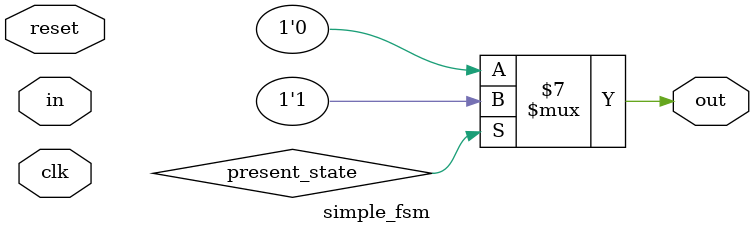
<source format=v>
module simple_fsm(clk, reset, in, out);
input clk;
input reset;
input in;
output out;
wire out;
reg present_state, next_state;
// In state 0, if in=1, stay in state 0. In state 0, if in=0, go to state 1
// In state 1, if in=1, stay in state 1. In state 1, if in=0, go to state 0
// out=1 in state 0 and out=0 in state 1
// Set to state 1 to state 0.
always @(posedge clk)
begin
  if (reset == 1'b1)
  begin
    state <= 1'b0;
    next_state <= 1'b0;
  end
  else
  begin
    state <= next_state;
    if (in == 1'b1)
      next_state <= 1'b1;
    else if (state == 1'b0)
      next_state <= 1'b0;
    else if (state == 1'b1)
      next_state <= 1'b0;
  end
end

assign out = (present_state == 1'b1) ? 1'b1 : 1'b0;

endmodule

</source>
